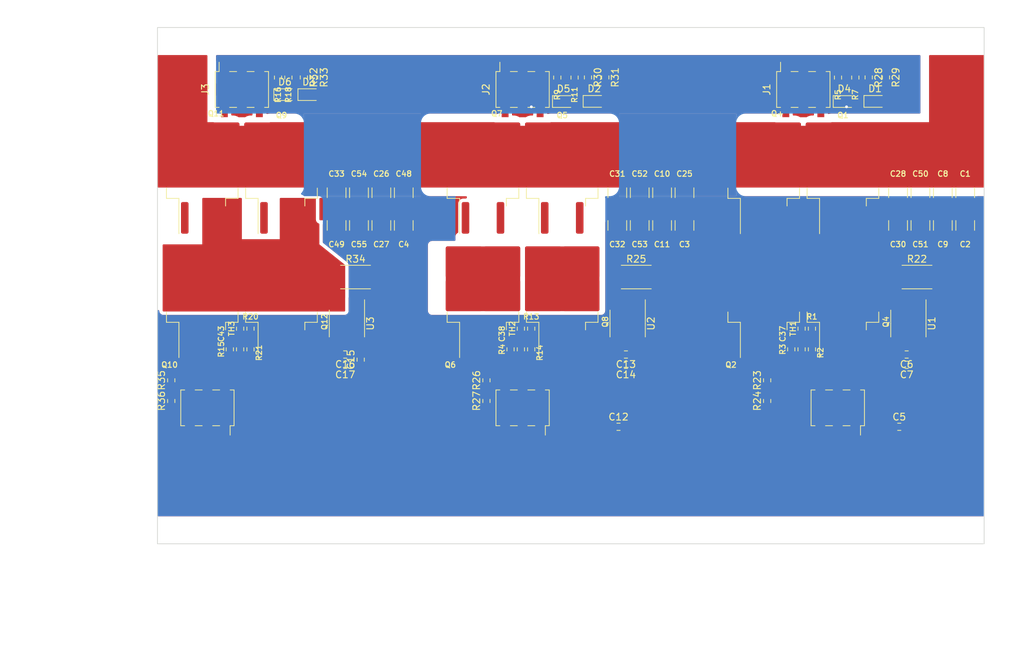
<source format=kicad_pcb>
(kicad_pcb (version 20221018) (generator pcbnew)
  (layers (0 "F.Cu" signal) (31 "B.Cu" signal) (34 "B.Paste" user) (35 "F.Paste" user) (36 "B.SilkS" user "B.Silkscreen") (37 "F.SilkS" user "F.Silkscreen") (38 "B.Mask" user) (39 "F.Mask" user) (44 "Edge.Cuts" user))
  (net 0 "")
  (net 1 "Net-(C1-Pad2)")
  (net 2 "Net-(C25-Pad2)")
  (net 3 "Net-(C8-Pad2)")
  (net 4 "Net-(C26-Pad2)")
  (net 5 "Net-(C28-Pad2)")
  (net 6 "Net-(C31-Pad2)")
  (net 7 "/PhaseMosfets3/MOS_TEMP")
  (net 8 "/PhaseMosfets3/3.3V_IN")
  (net 9 "-BATT")
  (net 10 "/PhaseMosfets1/5V_IN")
  (net 11 "/PhaseMosfets3/V_SENSE")
  (net 12 "/PhaseMosfets3/PH")
  (net 13 "/PhaseMosfets1/SH+")
  (net 14 "/PhaseMosfets1/MOS_TEMP")
  (net 15 "Net-(U1-FILTER)")
  (net 16 "/PhaseMosfets2/SH+")
  (net 17 "GNDA")
  (net 18 "+BATT")
  (net 19 "Net-(C33-Pad2)")
  (net 20 "Net-(C4-Pad1)")
  (net 21 "Net-(C50-Pad2)")
  (net 22 "Net-(C10-Pad2)")
  (net 23 "Net-(C52-Pad2)")
  (net 24 "Net-(C54-Pad2)")
  (net 25 "/PhaseMosfets1/3.3V_IN")
  (net 26 "/PhaseMosfets1/V_SENSE")
  (net 27 "/PhaseMosfets2/MOS_TEMP")
  (net 28 "/PhaseMosfets2/3.3V_IN")
  (net 29 "/PhaseMosfets2/V_SENSE")
  (net 30 "/PhaseMosfets3/PL")
  (net 31 "Net-(U1-VIOUT)")
  (net 32 "/PhaseMosfets3/PHASE")
  (net 33 "/PhaseMosfets1/PH")
  (net 34 "/PhaseMosfets2/5V_IN")
  (net 35 "Net-(U2-FILTER)")
  (net 36 "Net-(U2-VIOUT)")
  (net 37 "/PhaseMosfets3/5V_IN")
  (net 38 "Net-(U3-FILTER)")
  (net 39 "Net-(U3-VIOUT)")
  (net 40 "Net-(D1-K)")
  (net 41 "/PhaseMosfets1/HIGH")
  (net 42 "Net-(D2-K)")
  (net 43 "/PhaseMosfets2/HIGH")
  (net 44 "Net-(D3-K)")
  (net 45 "/PhaseMosfets1/PL")
  (net 46 "/PhaseMosfets1/PHASE")
  (net 47 "/PhaseMosfets2/PH")
  (net 48 "/PhaseMosfets2/PL")
  (net 49 "/PhaseMosfets2/PHASE")
  (net 50 "/PhaseMosfets3/SH+")
  (net 51 "/PhaseMosfets3/HIGH")
  (net 52 "Net-(D4-K)")
  (net 53 "/PhaseMosfets1/LOW")
  (net 54 "Net-(D5-K)")
  (net 55 "/PhaseMosfets2/LOW")
  (net 56 "Net-(D6-K)")
  (net 57 "/PhaseMosfets3/LOW")
  (net 58 "/PhaseMosfets1/DRV_POWER")
  (net 59 "/PhaseMosfets2/DRV_POWER")
  (net 60 "/PhaseMosfets3/DRV_POWER")
  (net 61 "/PhaseMosfets1/PHASE_OUT")
  (net 62 "/PhaseMosfets2/PHASE_OUT")
  (net 63 "/PhaseMosfets3/PHASE_OUT")
  (footprint "Capacitor_SMD:C_1210_3225Metric" (layer "F.Cu") (at 176.250001 82.750001 -90)
    (fp_text reference "C11")
    (fp_text value "10u 100V")
  )
  (footprint "Diode_SMD:D_SOD-323" (layer "F.Cu") (at 202.7 64.75)
    (fp_text reference "D4")
    (fp_text value "1N5819WS")
  )
  (footprint "Resistor_SMD:R_2512_6332Metric" (layer "F.Cu") (at 131.75 90.25)
    (fp_text reference "R34")
    (fp_text value "0.3m")
  )
  (footprint "Resistor_SMD:R_0603_1608Metric" (layer "F.Cu") (at 161.035 61.27 -90)
    (fp_text reference "R9")
    (fp_text value "1")
  )
  (footprint "GigaVescLibs:C_0603_1608Metric_L" (layer "F.Cu") (at 115 100.75 -90)
    (fp_text reference "C43")
    (fp_text value "1u")
  )
  (footprint "Resistor_SMD:R_0603_1608Metric" (layer "F.Cu") (at 150.75 105.25 90)
    (fp_text reference "R26")
    (fp_text value "4.7k")
  )
  (footprint "GigaVescLibs:C_0603_1608Metric_L" (layer "F.Cu") (at 211.75 101.5 180)
    (fp_text reference "C6")
    (fp_text value "10n")
  )
  (footprint "Package_TO_SOT_SMD:TO-263-2" (layer "F.Cu") (at 191 74 90)
    (fp_text reference "Q+")
    (fp_text value "IPB072N15N3G")
  )
  (footprint "Diode_SMD:D_SOD-323" (layer "F.Cu") (at 121.5 63.75)
    (fp_text reference "D6")
    (fp_text value "1N5819WS")
  )
  (footprint "Capacitor_SMD:C_1210_3225Metric" (layer "F.Cu") (at 213.75 78 -90)
    (fp_text reference "C50")
    (fp_text value "10u 100V")
  )
  (footprint "Resistor_SMD:R_0603_1608Metric" (layer "F.Cu") (at 122 61.27 -90)
    (fp_text reference "R18")
    (fp_text value "10")
  )
  (footprint "Capacitor_SMD:C_1210_3225Metric" (layer "F.Cu") (at 176.25 78 -90)
    (fp_text reference "C10")
    (fp_text value "10u 100V")
  )
  (footprint "Capacitor_SMD:C_1210_3225Metric" (layer "F.Cu") (at 210.5 78 -90)
    (fp_text reference "C28")
    (fp_text value "10u 100V")
  )
  (footprint "Resistor_SMD:R_0603_1608Metric" (layer "F.Cu") (at 168 61.25 -90)
    (fp_text reference "R31")
    (fp_text value "10")
  )
  (footprint "Resistor_SMD:R_0603_1608Metric" (layer "F.Cu") (at 157.25 97.75 -90)
    (fp_text reference "R13")
    (fp_text value "150k")
  )
  (footprint "Connector_PinSocket_2.54mm:PinSocket_2x03_P2.54mm_Vertical_SMD" (layer "F.Cu") (at 156 109.25 -90)
    (fp_text reference "J5" hide)
    (fp_text value "PhaseConn")
  )
  (footprint "Diode_SMD:D_SOD-323" (layer "F.Cu") (at 166.405 64.73)
    (fp_text reference "D2")
    (fp_text value "1N5819WS")
  )
  (footprint "Package_TO_SOT_SMD:TO-263-2" (layer "F.Cu") (at 109.5 74 90)
    (fp_text reference "Q11")
    (fp_text value "IPB072N15N3G")
  )
  (footprint "Package_TO_SOT_SMD:TO-263-2" (layer "F.Cu") (at 150.25 74 90)
    (fp_text reference "Q7")
    (fp_text value "IPB072N15N3G")
  )
  (footprint "GigaVescLibs:C_0603_1608Metric_L" (layer "F.Cu") (at 130.25 103 180)
    (fp_text reference "C17")
    (fp_text value "1n")
  )
  (footprint "Resistor_SMD:R_0603_1608Metric" (layer "F.Cu") (at 163.545 61.27 -90)
    (fp_text reference "R11")
    (fp_text value "10")
  )
  (footprint "Capacitor_SMD:C_1210_3225Metric" (layer "F.Cu") (at 220.250001 82.750001 -90)
    (fp_text reference "C2")
    (fp_text value "10u 100V")
  )
  (footprint "Resistor_SMD:R_0603_1608Metric" (layer "F.Cu") (at 196.5 97.75 -90)
    (fp_text reference "TH1")
    (fp_text value "NCP18XH103F03RB")
  )
  (footprint "Connector_Wire:SolderWirePad_1x01_SMD_5x10mm" (layer "F.Cu") (at 216.25 119.5 90)
    (fp_text reference "J9" hide)
    (fp_text value "BATT-Conn1")
  )
  (footprint "Capacitor_SMD:C_1210_3225Metric" (layer "F.Cu") (at 135.500001 82.750001 -90)
    (fp_text reference "C27")
    (fp_text value "10u 100V")
  )
  (footprint "Connector_PinSocket_2.54mm:PinSocket_2x03_P2.54mm_Vertical_SMD" (layer "F.Cu") (at 156 63 90)
    (fp_text reference "J2")
    (fp_text value "DriverConn")
  )
  (footprint "Connector_PinSocket_2.54mm:PinSocket_2x03_P2.54mm_Vertical_SMD" (layer "F.Cu") (at 110.25 109.25 -90)
    (fp_text reference "J6" hide)
    (fp_text value "PhaseConn")
  )
  (footprint "Capacitor_SMD:C_1210_3225Metric" (layer "F.Cu") (at 169.749998 82.749999 -90)
    (fp_text reference "C32")
    (fp_text value "10u 100V")
  )
  (footprint "Package_SO:SOP-8_3.9x4.9mm_P1.27mm" (layer "F.Cu") (at 130.5 97 -90)
    (fp_text reference "U3")
    (fp_text value "MT9223CT-50BR5")
  )
  (footprint "Resistor_SMD:R_0603_1608Metric" (layer "F.Cu") (at 116.5 97.75 -90)
    (fp_text reference "R20")
    (fp_text value "150k")
  )
  (footprint "Package_TO_SOT_SMD:TO-263-2" (layer "F.Cu") (at 150.25 92 90)
    (fp_text reference "Q6")
    (fp_text value "IPB072N15N3G")
  )
  (footprint "Package_TO_SOT_SMD:TO-263-2" (layer "F.Cu") (at 202.5 92 90)
    (fp_text reference "Q4")
    (fp_text value "IPB072N15N3G")
  )
  (footprint "Capacitor_SMD:C_1210_3225Metric" (layer "F.Cu") (at 128.999998 82.749999 -90)
    (fp_text reference "C49")
    (fp_text value "10u 100V")
  )
  (footprint "GigaVescLibs:C_0603_1608Metric_L" (layer "F.Cu") (at 210.675 112)
    (fp_text reference "C5")
    (fp_text value "100n")
  )
  (footprint "Package_TO_SOT_SMD:TO-263-2" (layer "F.Cu") (at 161.75 92 90)
    (fp_text reference "Q8")
    (fp_text value "IPB072N15N3G")
  )
  (footprint "GigaVescLibs:C_0603_1608Metric_L" (layer "F.Cu") (at 132.5 102.25 90)
    (fp_text reference "C15")
    (fp_text value "100n")
  )
  (footprint "Package_SO:SOP-8_3.9x4.9mm_P1.27mm" (layer "F.Cu") (at 171.25 97 -90)
    (fp_text reference "U2")
    (fp_text value "MT9223CT-50BR5")
  )
  (footprint "Resistor_SMD:R_0603_1608Metric" (layer "F.Cu") (at 154.25 100.75 -90)
    (fp_text reference "R4")
    (fp_text value "10k")
  )
  (footprint "Package_TO_SOT_SMD:TO-263-2" (layer "F.Cu") (at 121 92 90)
    (fp_text reference "Q12")
    (fp_text value "IPB072N15N3G")
  )
  (footprint "GigaVescLibs:C_0603_1608Metric_L" (layer "F.Cu") (at 130.25 101.5 180)
    (fp_text reference "C16")
    (fp_text value "10n")
  )
  (footprint "Diode_SMD:D_SOD-323" (layer "F.Cu") (at 207.155 64.73)
    (fp_text reference "D1")
    (fp_text value "1N5819WS")
  )
  (footprint "Resistor_SMD:R_0603_1608Metric" (layer "F.Cu") (at 206.24 61.25 -90)
    (fp_text reference "R28")
    (fp_text value "1")
  )
  (footprint "Resistor_SMD:R_2512_6332Metric" (layer "F.Cu") (at 172.5 90.25)
    (fp_text reference "R25")
    (fp_text value "0.3m")
  )
  (footprint "Resistor_SMD:R_0603_1608Metric" (layer "F.Cu") (at 157.25 100.75 -90)
    (fp_text reference "R14")
    (fp_text value "2.7k")
  )
  (footprint "Capacitor_SMD:C_1210_3225Metric" (layer "F.Cu") (at 173 78 -90)
    (fp_text reference "C52")
    (fp_text value "10u 100V")
  )
  (footprint "Connector_PinSocket_2.54mm:PinSocket_2x03_P2.54mm_Vertical_SMD" (layer "F.Cu") (at 196.75 63 90)
    (fp_text reference "J1")
    (fp_text value "DriverConn")
  )
  (footprint "Package_TO_SOT_SMD:TO-263-2" (layer "F.Cu") (at 191 92 90)
    (fp_text reference "Q2")
    (fp_text value "IPB072N15N3G")
  )
  (footprint "GigaVescLibs:C_0603_1608Metric_L" (layer "F.Cu") (at 155.75 100.75 -90)
    (fp_text reference "C38")
    (fp_text value "1u")
  )
  (footprint "Capacitor_SMD:C_1210_3225Metric" (layer "F.Cu") (at 217.000001 82.750001 -90)
    (fp_text reference "C9")
    (fp_text value "10u 100V")
  )
  (footprint "Resistor_SMD:R_0603_1608Metric" (layer "F.Cu") (at 155.75 97.75 -90)
    (fp_text reference "TH2")
    (fp_text value "NCP18XH103F03RB")
  )
  (footprint "Capacitor_SMD:C_1210_3225Metric" (layer "F.Cu") (at 138.75 78 -90)
    (fp_text reference "C48")
    (fp_text value "10u 100V")
  )
  (footprint "GigaVescLibs:C_0603_1608Metric_L" (layer "F.Cu") (at 196.5 100.75 -90)
    (fp_text reference "C37")
    (fp_text value "1u")
  )
  (footprint "Connector_PinSocket_2.54mm:PinSocket_2x03_P2.54mm_Vertical_SMD" (layer "F.Cu") (at 201.75 109.25 -90)
    (fp_text reference "J4" hide)
    (fp_text value "PhaseConn")
  )
  (footprint "Connector_Wire:SolderWirePad_1x01_SMD_5x10mm" (layer "F.Cu") (at 110 120 90)
    (fp_text reference "J14" hide)
    (fp_text value "BATT-Conn2")
  )
  (footprint "GigaVescLibs:C_0603_1608Metric_L" (layer "F.Cu") (at 171 101.5 180)
    (fp_text reference "C13")
    (fp_text value "10n")
  )
  (footprint "GigaVescLibs:C_0603_1608Metric_L" (layer "F.Cu") (at 169.925 112)
    (fp_text reference "C12")
    (fp_text value "100n")
  )
  (footprint "Capacitor_SMD:C_1210_3225Metric" (layer "F.Cu") (at 179.5 78 -90)
    (fp_text reference "C25")
    (fp_text value "10u 100V")
  )
  (footprint "Capacitor_SMD:C_1210_3225Metric" (layer "F.Cu") (at 132.25 82.75 -90)
    (fp_text reference "C55")
    (fp_text value "10u 100V")
  )
  (footprint "Capacitor_SMD:C_1210_3225Metric" (layer "F.Cu") (at 220.25 78 -90)
    (fp_text reference "C1")
    (fp_text value "10u 100V")
  )
  (footprint "Connector_PinSocket_2.54mm:PinSocket_2x03_P2.54mm_Vertical_SMD" (layer "F.Cu") (at 115.25 63 90)
    (fp_text reference "J3")
    (fp_text value "DriverConn")
  )
  (footprint "Package_TO_SOT_SMD:TO-263-2" (layer "F.Cu") (at 109.5 92 90)
    (fp_text reference "Q10")
    (fp_text value "IPB072N15N3G")
  )
  (footprint "Resistor_SMD:R_0603_1608Metric" (layer "F.Cu") (at 150.75 108.25 90)
    (fp_text reference "R27")
    (fp_text value "9.1k")
  )
  (footprint "Resistor_SMD:R_0603_1608Metric" (layer "F.Cu") (at 201.785 61.27 -90)
    (fp_text reference "R5")
    (fp_text value "1")
  )
  (footprint "GigaVescLibs:C_0603_1608Metric_L" (layer "F.Cu") (at 171 103 180)
    (fp_text reference "C14")
    (fp_text value "1n")
  )
  (footprint "Resistor_SMD:R_0603_1608Metric" (layer "F.Cu") (at 105 105.25 90)
    (fp_text reference "R35")
    (fp_text value "4.7k")
  )
  (footprint "Resistor_SMD:R_0603_1608Metric" (layer "F.Cu") (at 198 97.75 -90)
    (fp_text reference "R1")
    (fp_text value "150k")
  )
  (footprint "Package_TO_SOT_SMD:TO-263-2" (layer "F.Cu") (at 161.75 74 90)
    (fp_text reference "Q5")
    (fp_text value "IPB072N15N3G")
  )
  (footprint "Resistor_SMD:R_0603_1608Metric" (layer "F.Cu") (at 116.5 100.75 -90)
    (fp_text reference "R21")
    (fp_text value "2.7k")
  )
  (footprint "Resistor_SMD:R_0603_1608Metric" (layer "F.Cu") (at 115 97.75 -90)
    (fp_text reference "TH3")
    (fp_text value "NCP18XH103F03RB")
  )
  (footprint "Capacitor_SMD:C_1210_3225Metric" (layer "F.Cu") (at 132.25 78 -90)
    (fp_text reference "C54")
    (fp_text value "10u 100V")
  )
  (footprint "Capacitor_SMD:C_1210_3225Metric" (layer "F.Cu") (at 169.75 78 -90)
    (fp_text reference "C31")
    (fp_text value "10u 100V")
  )
  (footprint "Resistor_SMD:R_0603_1608Metric" (layer "F.Cu") (at 191.5 105.25 90)
    (fp_text reference "R23")
    (fp_text value "4.7k")
  )
  (footprint "Capacitor_SMD:C_1210_3225Metric" (layer "F.Cu") (at 213.75 82.75 -90)
    (fp_text reference "C51")
    (fp_text value "10u 100V")
  )
  (footprint "Package_TO_SOT_SMD:TO-263-2" (layer "F.Cu") (at 121 74 90)
    (fp_text reference "Q9")
    (fp_text value "IPB072N15N3G")
  )
  (footprint "Diode_SMD:D_SOD-323" (layer "F.Cu") (at 125 63.75)
    (fp_text reference "D3")
    (fp_text value "1N5819WS")
  )
  (footprint "Capacitor_SMD:C_1210_3225Metric" (layer "F.Cu") (at 129 78 -90)
    (fp_text reference "C33")
    (fp_text value "10u 100V")
  )
  (footprint "Resistor_SMD:R_0603_1608Metric" (layer "F.Cu") (at 191.5 108.25 90)
    (fp_text reference "R24")
    (fp_text value "9.1k")
  )
  (footprint "Resistor_SMD:R_0603_1608Metric" (layer "F.Cu") (at 204.295 61.27 -90)
    (fp_text reference "R7")
    (fp_text value "10")
  )
  (footprint "Diode_SMD:D_SOD-323" (layer "F.Cu") (at 161.95 64.75)
    (fp_text reference "D5")
    (fp_text value "1N5819WS")
  )
  (footprint "Capacitor_SMD:C_1210_3225Metric" (layer "F.Cu") (at 138.750001 82.750001 -90)
    (fp_text reference "C4")
    (fp_text value "10u 100V")
  )
  (footprint "Resistor_SMD:R_0603_1608Metric" (layer "F.Cu") (at 124.25 61.25 -90)
    (fp_text reference "R32")
    (fp_text value "1")
  )
  (footprint "Resistor_SMD:R_0603_1608Metric" (layer "F.Cu") (at 113.5 100.75 -90)
    (fp_text reference "R15")
    (fp_text value "10k")
  )
  (footprint "Resistor_SMD:R_2512_6332Metric" (layer "F.Cu") (at 213.25 90.25)
    (fp_text reference "R22")
    (fp_text value "0.3m")
  )
  (footprint "Resistor_SMD:R_0603_1608Metric" (layer "F.Cu") (at 165.49 61.25 -90)
    (fp_text reference "R30")
    (fp_text value "1")
  )
  (footprint "Resistor_SMD:R_0603_1608Metric" (layer "F.Cu") (at 208.75 61.25 -90)
    (fp_text reference "R29")
    (fp_text value "10")
  )
  (footprint "GigaVescLibs:C_0603_1608Metric_L" (layer "F.Cu") (at 211.75 103 180)
    (fp_text reference "C7")
    (fp_text value "1n")
  )
  (footprint "Capacitor_SMD:C_1210_3225Metric" (layer "F.Cu") (at 173 82.75 -90)
    (fp_text reference "C53")
    (fp_text value "10u 100V")
  )
  (footprint "Resistor_SMD:R_0603_1608Metric" (layer "F.Cu") (at 105 108.25 90)
    (fp_text reference "R36")
    (fp_text value "9.1k")
  )
  (footprint "Resistor_SMD:R_0603_1608Metric" (layer "F.Cu") (at 120.5 61.27 -90)
    (fp_text reference "R16")
    (fp_text value "1")
  )
  (footprint "Capacitor_SMD:C_1210_3225Metric" (layer "F.Cu") (at 210.499998 82.749999 -90)
    (fp_text reference "C30")
    (fp_text value "10u 100V")
  )
  (footprint "Capacitor_SMD:C_1210_3225Metric" (layer "F.Cu") (at 217 78 -90)
    (fp_text reference "C8")
    (fp_text value "10u 100V")
  )
  (footprint "Package_TO_SOT_SMD:TO-263-2" (layer "F.Cu") (at 202.5 74 90)
    (fp_text reference "Q1")
    (fp_text value "IPB072N15N3G")
  )
  (footprint "Resistor_SMD:R_0603_1608Metric" (layer "F.Cu") (at 125.75 61.25 -90)
    (fp_text reference "R33")
    (fp_text value "10")
  )
  (footprint "Package_SO:SOP-8_3.9x4.9mm_P1.27mm" (layer "F.Cu") (at 212 97 -90)
    (fp_text reference "U1")
    (fp_text value "MT9223CT-50BR5")
  )
  (footprint "Capacitor_SMD:C_1210_3225Metric" (layer "F.Cu") (at 135.5 78 -90)
    (fp_text reference "C26")
    (fp_text value "10u 100V")
  )
  (footprint "Resistor_SMD:R_0603_1608Metric" (layer "F.Cu") (at 198 100.75 -90)
    (fp_text reference "R2")
    (fp_text value "2.7k")
  )
  (footprint "Capacitor_SMD:C_1210_3225Metric" (layer "F.Cu") (at 179.500001 82.750001 -90)
    (fp_text reference "C3")
    (fp_text value "10u 100V")
  )
  (footprint "Resistor_SMD:R_0603_1608Metric" (layer "F.Cu") (at 195 100.75 -90)
    (fp_text reference "R3")
    (fp_text value "10k")
  )
  (gr_rect (start 103 54) (end 223 129) (stroke (width 0.1)) (fill none) (layer "Edge.Cuts"))
  (segment (start 108.5 99.925) (end 110 99.925) (width 0.25) (layer "F.Cu") (net 7))
  (segment (start 110 98.575) (end 110 99.925) (width 0.25) (layer "F.Cu") (net 7))
  (segment (start 111.5 99.925) (end 111.5 98.575) (width 0.25) (layer "F.Cu") (net 9))
  (via (at 157.27 65.52) (size 0.8) (drill 0.4) (layers "F.Cu" "B.Cu") (net 9))
  (via (at 203.02 65.52) (size 0.8) (drill 0.4) (layers "F.Cu" "B.Cu") (net 9))
  (segment (start 203 99.925) (end 203 98.575) (width 0.25) (layer "F.Cu") (net 26))
  (segment (start 201.5 98.575) (end 201.5 99.925) (width 0.25) (layer "F.Cu") (net 53))
  (segment (start 200 99.925) (end 201.5 99.925) (width 0.25) (layer "F.Cu") (net 53))
  (segment (start 171.925 95.5) (end 171.925 94) (width 0.25) (layer "F.Cu") (net 62))
  (zone (net 16) (net_name "/PhaseMosfets2/SH+") (layer "F.Cu") (priority 3) (connect_pads thru_hole_only (clearance 0.5)) (min_thickness 0.25) (fill yes (thermal_gap 0.5) (thermal_bridge_width 0.5))
    (polygon (pts (xy 152.25 97.5) (xy 146.75 97.5) (xy 146.75 106.75) (xy 151.75 106.75) (xy 151.75 104.75) (xy 160.25 104.75) (xy 160.25 106.75) (xy 169.5 106.75) (xy 169.5 97.5) (xy 162.25 97.5) (xy 162.25 102.75) (xy 152.25 102.75)))
  )
  (zone (net 24) (net_name "Net-(C54-Pad2)") (layer "F.Cu") (priority 7) (connect_pads yes (clearance 0.5)) (min_thickness 0.25) (fill yes (thermal_gap 0.5) (thermal_bridge_width 0.5))
    (polygon (pts (xy 129.749997 82.000001) (xy 132.749998 82.000001) (xy 132.749997 78.750001) (xy 129.75 78.750001)))
  )
  (zone (net 20) (net_name "Net-(C4-Pad1)") (layer "F.Cu") (priority 9) (connect_pads yes (clearance 0.5)) (min_thickness 0.25) (fill yes (thermal_gap 0.5) (thermal_bridge_width 0.5))
    (polygon (pts (xy 136.249997 82.000001) (xy 136.249997 78.750001) (xy 139.249998 78.750001) (xy 139.249997 82.000001)))
  )
  (zone (net 4) (net_name "Net-(C26-Pad2)") (layer "F.Cu") (priority 8) (connect_pads yes (clearance 0.5)) (min_thickness 0.25) (fill yes (thermal_gap 0.5) (thermal_bridge_width 0.5))
    (polygon (pts (xy 132.999996 82.000002) (xy 132.999997 78.750001) (xy 135.999998 78.750001) (xy 135.999998 82.000001)))
  )
  (zone (net 63) (net_name "/PhaseMosfets3/PHASE_OUT") (layer "F.Cu") (priority 4) (connect_pads yes (clearance 0.5)) (min_thickness 0.25) (fill yes (thermal_gap 0.5) (thermal_bridge_width 0.5))
    (polygon (pts (xy 130.75 93.25) (xy 134 88.25) (xy 140 88.25) (xy 140 99.75) (xy 134.5 99.75) (xy 134.5 95.25) (xy 130.75 95.25)))
  )
  (zone (net 19) (net_name "Net-(C33-Pad2)") (layer "F.Cu") (priority 6) (connect_pads yes (clearance 0.5)) (min_thickness 0.25) (fill yes (thermal_gap 0.5) (thermal_bridge_width 0.5))
    (polygon (pts (xy 126.499997 81.999999) (xy 129.499997 82.000002) (xy 129.499996 78.750002) (xy 126.499995 78.750002)))
  )
  (zone (net 32) (net_name "/PhaseMosfets3/PHASE") (layers "F&B.Cu") (priority 2) (connect_pads thru_hole_only (clearance 0.5)) (min_thickness 0.25) (fill yes (thermal_gap 0.5) (thermal_bridge_width 0.5))
    (polygon (pts (xy 109.5 78.75) (xy 109.5 85.5) (xy 103.75 85.5) (xy 103.75 95.25) (xy 124.5 95.25) (xy 130.25 95.25) (xy 130.25 88.5) (xy 126.5 85.5) (xy 126.5 78.75) (xy 120.75 78.75) (xy 120.75 84.75) (xy 115.25 84.75) (xy 115.25 78.75)))
  )
  (zone (net 18) (net_name "+BATT") (layers "F&B.Cu") (priority 1) (connect_pads yes (clearance 1.25)) (min_thickness 0.25) (fill yes (thermal_gap 0.5) (thermal_bridge_width 0.5))
    (polygon (pts (xy 223 58) (xy 215 58) (xy 215 67.75) (xy 110.25 67.75) (xy 110.25 58) (xy 103 58) (xy 103 67.75) (xy 103 77.25) (xy 223 77.25) (xy 223 67.75)))
  )
  (zone (net 9) (net_name "-BATT") (layers "F&B.Cu") (connect_pads yes (clearance 0.5)) (min_thickness 0.25) (fill yes (thermal_gap 0.5) (thermal_bridge_width 0.5))
    (polygon (pts (xy 103 58) (xy 223 58) (xy 223 125) (xy 103 125)))
  )
  (zone (net 0) (net_name "") (layers "F&B.Cu" "User.6") (connect_pads (clearance 0)) (min_thickness 0.25)
    (keepout (tracks not_allowed) (vias not_allowed) (pads not_allowed) (copperpour not_allowed) (footprints not_allowed))
    (fill (thermal_gap 0.5) (thermal_bridge_width 0.5))
    (polygon (pts (xy 223 54) (xy 223 58) (xy 103 58) (xy 103 54)))
  )
  (zone (net 0) (net_name "") (layers "F&B.Cu" "User.6") (connect_pads (clearance 0)) (min_thickness 0.25)
    (keepout (tracks not_allowed) (vias not_allowed) (pads not_allowed) (copperpour not_allowed) (footprints not_allowed))
    (fill (thermal_gap 0.5) (thermal_bridge_width 0.5))
    (polygon (pts (xy 223 125) (xy 223 129) (xy 103 129) (xy 103 125)))
  )
  (zone (net 9) (net_name "-BATT") (layer "B.Cu") (priority 8) (connect_pads thru_hole_only (clearance 0.5)) (min_thickness 0.25) (fill yes (thermal_gap 0.5) (thermal_bridge_width 0.5))
    (polygon (pts (xy 124.25 78.5) (xy 141.25 78.5) (xy 141.25 66.5) (xy 124.25 66.5)))
  )
  (zone (net 9) (net_name "-BATT") (layer "B.Cu") (priority 8) (connect_pads thru_hole_only (clearance 0.5)) (min_thickness 0.25) (fill yes (thermal_gap 0.5) (thermal_bridge_width 0.5))
    (polygon (pts (xy 170 78.5) (xy 187 78.5) (xy 187 66.5) (xy 170 66.5)))
  )
)
</source>
